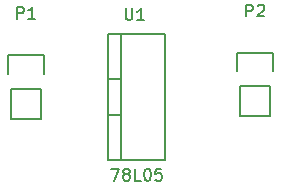
<source format=gbr>
G04 #@! TF.FileFunction,Legend,Top*
%FSLAX46Y46*%
G04 Gerber Fmt 4.6, Leading zero omitted, Abs format (unit mm)*
G04 Created by KiCad (PCBNEW (2015-07-28 BZR 6012)-product) date Wednesday, July 29, 2015 'PMt' 09:11:36 PM*
%MOMM*%
G01*
G04 APERTURE LIST*
%ADD10C,0.100000*%
%ADD11C,0.150000*%
%ADD12R,2.432000X2.432000*%
%ADD13O,2.432000X2.432000*%
%ADD14O,2.899360X1.901140*%
G04 APERTURE END LIST*
D10*
D11*
X139270000Y-104070000D02*
X139270000Y-106610000D01*
X139550000Y-101250000D02*
X139550000Y-102800000D01*
X139270000Y-104070000D02*
X136730000Y-104070000D01*
X136450000Y-102800000D02*
X136450000Y-101250000D01*
X136450000Y-101250000D02*
X139550000Y-101250000D01*
X136730000Y-104070000D02*
X136730000Y-106610000D01*
X136730000Y-106610000D02*
X139270000Y-106610000D01*
X158670000Y-103870000D02*
X158670000Y-106410000D01*
X158950000Y-101050000D02*
X158950000Y-102600000D01*
X158670000Y-103870000D02*
X156130000Y-103870000D01*
X155850000Y-102600000D02*
X155850000Y-101050000D01*
X155850000Y-101050000D02*
X158950000Y-101050000D01*
X156130000Y-103870000D02*
X156130000Y-106410000D01*
X156130000Y-106410000D02*
X158670000Y-106410000D01*
X144952000Y-106324000D02*
X146095000Y-106324000D01*
X144952000Y-103276000D02*
X146095000Y-103276000D01*
X146095000Y-99466000D02*
X149778000Y-99466000D01*
X149778000Y-99466000D02*
X149778000Y-110134000D01*
X149778000Y-110134000D02*
X146095000Y-110134000D01*
X144952000Y-99466000D02*
X146095000Y-99466000D01*
X146095000Y-99466000D02*
X146095000Y-110134000D01*
X146095000Y-110134000D02*
X144952000Y-110134000D01*
X144952000Y-104800000D02*
X144952000Y-110134000D01*
X144952000Y-104800000D02*
X144952000Y-99466000D01*
X137261905Y-98152381D02*
X137261905Y-97152381D01*
X137642858Y-97152381D01*
X137738096Y-97200000D01*
X137785715Y-97247619D01*
X137833334Y-97342857D01*
X137833334Y-97485714D01*
X137785715Y-97580952D01*
X137738096Y-97628571D01*
X137642858Y-97676190D01*
X137261905Y-97676190D01*
X138785715Y-98152381D02*
X138214286Y-98152381D01*
X138500000Y-98152381D02*
X138500000Y-97152381D01*
X138404762Y-97295238D01*
X138309524Y-97390476D01*
X138214286Y-97438095D01*
X156661905Y-97952381D02*
X156661905Y-96952381D01*
X157042858Y-96952381D01*
X157138096Y-97000000D01*
X157185715Y-97047619D01*
X157233334Y-97142857D01*
X157233334Y-97285714D01*
X157185715Y-97380952D01*
X157138096Y-97428571D01*
X157042858Y-97476190D01*
X156661905Y-97476190D01*
X157614286Y-97047619D02*
X157661905Y-97000000D01*
X157757143Y-96952381D01*
X157995239Y-96952381D01*
X158090477Y-97000000D01*
X158138096Y-97047619D01*
X158185715Y-97142857D01*
X158185715Y-97238095D01*
X158138096Y-97380952D01*
X157566667Y-97952381D01*
X158185715Y-97952381D01*
X146438095Y-97252381D02*
X146438095Y-98061905D01*
X146485714Y-98157143D01*
X146533333Y-98204762D01*
X146628571Y-98252381D01*
X146819048Y-98252381D01*
X146914286Y-98204762D01*
X146961905Y-98157143D01*
X147009524Y-98061905D01*
X147009524Y-97252381D01*
X148009524Y-98252381D02*
X147438095Y-98252381D01*
X147723809Y-98252381D02*
X147723809Y-97252381D01*
X147628571Y-97395238D01*
X147533333Y-97490476D01*
X147438095Y-97538095D01*
X145233333Y-110852381D02*
X145900000Y-110852381D01*
X145471428Y-111852381D01*
X146423809Y-111280952D02*
X146328571Y-111233333D01*
X146280952Y-111185714D01*
X146233333Y-111090476D01*
X146233333Y-111042857D01*
X146280952Y-110947619D01*
X146328571Y-110900000D01*
X146423809Y-110852381D01*
X146614286Y-110852381D01*
X146709524Y-110900000D01*
X146757143Y-110947619D01*
X146804762Y-111042857D01*
X146804762Y-111090476D01*
X146757143Y-111185714D01*
X146709524Y-111233333D01*
X146614286Y-111280952D01*
X146423809Y-111280952D01*
X146328571Y-111328571D01*
X146280952Y-111376190D01*
X146233333Y-111471429D01*
X146233333Y-111661905D01*
X146280952Y-111757143D01*
X146328571Y-111804762D01*
X146423809Y-111852381D01*
X146614286Y-111852381D01*
X146709524Y-111804762D01*
X146757143Y-111757143D01*
X146804762Y-111661905D01*
X146804762Y-111471429D01*
X146757143Y-111376190D01*
X146709524Y-111328571D01*
X146614286Y-111280952D01*
X147709524Y-111852381D02*
X147233333Y-111852381D01*
X147233333Y-110852381D01*
X148233333Y-110852381D02*
X148328572Y-110852381D01*
X148423810Y-110900000D01*
X148471429Y-110947619D01*
X148519048Y-111042857D01*
X148566667Y-111233333D01*
X148566667Y-111471429D01*
X148519048Y-111661905D01*
X148471429Y-111757143D01*
X148423810Y-111804762D01*
X148328572Y-111852381D01*
X148233333Y-111852381D01*
X148138095Y-111804762D01*
X148090476Y-111757143D01*
X148042857Y-111661905D01*
X147995238Y-111471429D01*
X147995238Y-111233333D01*
X148042857Y-111042857D01*
X148090476Y-110947619D01*
X148138095Y-110900000D01*
X148233333Y-110852381D01*
X149471429Y-110852381D02*
X148995238Y-110852381D01*
X148947619Y-111328571D01*
X148995238Y-111280952D01*
X149090476Y-111233333D01*
X149328572Y-111233333D01*
X149423810Y-111280952D01*
X149471429Y-111328571D01*
X149519048Y-111423810D01*
X149519048Y-111661905D01*
X149471429Y-111757143D01*
X149423810Y-111804762D01*
X149328572Y-111852381D01*
X149090476Y-111852381D01*
X148995238Y-111804762D01*
X148947619Y-111757143D01*
%LPC*%
D12*
X138000000Y-102800000D03*
D13*
X138000000Y-105340000D03*
D12*
X157400000Y-102600000D03*
D13*
X157400000Y-105140000D03*
D14*
X148000000Y-104800000D03*
X148000000Y-107340000D03*
X148000000Y-102260000D03*
M02*

</source>
